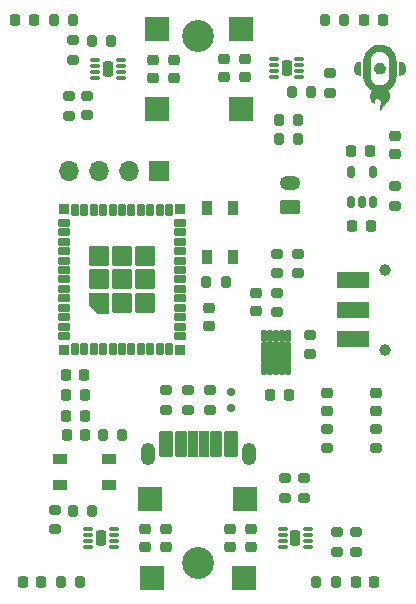
<source format=gbr>
%TF.GenerationSoftware,KiCad,Pcbnew,8.0.6*%
%TF.CreationDate,2024-11-05T15:00:17+00:00*%
%TF.ProjectId,racer,72616365-722e-46b6-9963-61645f706362,rev?*%
%TF.SameCoordinates,Original*%
%TF.FileFunction,Soldermask,Top*%
%TF.FilePolarity,Negative*%
%FSLAX46Y46*%
G04 Gerber Fmt 4.6, Leading zero omitted, Abs format (unit mm)*
G04 Created by KiCad (PCBNEW 8.0.6) date 2024-11-05 15:00:17*
%MOMM*%
%LPD*%
G01*
G04 APERTURE LIST*
G04 Aperture macros list*
%AMRoundRect*
0 Rectangle with rounded corners*
0 $1 Rounding radius*
0 $2 $3 $4 $5 $6 $7 $8 $9 X,Y pos of 4 corners*
0 Add a 4 corners polygon primitive as box body*
4,1,4,$2,$3,$4,$5,$6,$7,$8,$9,$2,$3,0*
0 Add four circle primitives for the rounded corners*
1,1,$1+$1,$2,$3*
1,1,$1+$1,$4,$5*
1,1,$1+$1,$6,$7*
1,1,$1+$1,$8,$9*
0 Add four rect primitives between the rounded corners*
20,1,$1+$1,$2,$3,$4,$5,0*
20,1,$1+$1,$4,$5,$6,$7,0*
20,1,$1+$1,$6,$7,$8,$9,0*
20,1,$1+$1,$8,$9,$2,$3,0*%
G04 Aperture macros list end*
%ADD10C,0.010000*%
%ADD11C,0.000000*%
%ADD12RoundRect,0.225000X-0.225000X-0.250000X0.225000X-0.250000X0.225000X0.250000X-0.225000X0.250000X0*%
%ADD13RoundRect,0.225000X0.250000X-0.225000X0.250000X0.225000X-0.250000X0.225000X-0.250000X-0.225000X0*%
%ADD14RoundRect,0.225000X-0.250000X0.225000X-0.250000X-0.225000X0.250000X-0.225000X0.250000X0.225000X0*%
%ADD15RoundRect,0.225000X0.225000X0.250000X-0.225000X0.250000X-0.225000X-0.250000X0.225000X-0.250000X0*%
%ADD16RoundRect,0.200000X-0.200000X-0.275000X0.200000X-0.275000X0.200000X0.275000X-0.200000X0.275000X0*%
%ADD17RoundRect,0.200000X0.200000X0.275000X-0.200000X0.275000X-0.200000X-0.275000X0.200000X-0.275000X0*%
%ADD18RoundRect,0.200000X-0.275000X0.200000X-0.275000X-0.200000X0.275000X-0.200000X0.275000X0.200000X0*%
%ADD19R,2.000000X2.000000*%
%ADD20C,2.700000*%
%ADD21RoundRect,0.200000X0.275000X-0.200000X0.275000X0.200000X-0.275000X0.200000X-0.275000X-0.200000X0*%
%ADD22RoundRect,0.175000X-0.175000X-0.325000X0.175000X-0.325000X0.175000X0.325000X-0.175000X0.325000X0*%
%ADD23RoundRect,0.075000X-0.340000X-0.075000X0.340000X-0.075000X0.340000X0.075000X-0.340000X0.075000X0*%
%ADD24RoundRect,0.225000X-0.225000X-0.425000X0.225000X-0.425000X0.225000X0.425000X-0.225000X0.425000X0*%
%ADD25RoundRect,0.102000X0.325000X-0.525000X0.325000X0.525000X-0.325000X0.525000X-0.325000X-0.525000X0*%
%ADD26RoundRect,0.250000X0.625000X-0.350000X0.625000X0.350000X-0.625000X0.350000X-0.625000X-0.350000X0*%
%ADD27O,1.750000X1.200000*%
%ADD28RoundRect,0.102000X-0.350000X-1.000000X0.350000X-1.000000X0.350000X1.000000X-0.350000X1.000000X0*%
%ADD29RoundRect,0.102000X-0.400000X-1.000000X0.400000X-1.000000X0.400000X1.000000X-0.400000X1.000000X0*%
%ADD30RoundRect,0.102000X-0.450000X-1.000000X0.450000X-1.000000X0.450000X1.000000X-0.450000X1.000000X0*%
%ADD31O,1.204000X1.904000*%
%ADD32RoundRect,0.075000X0.340000X0.075000X-0.340000X0.075000X-0.340000X-0.075000X0.340000X-0.075000X0*%
%ADD33RoundRect,0.225000X0.225000X0.425000X-0.225000X0.425000X-0.225000X-0.425000X0.225000X-0.425000X0*%
%ADD34RoundRect,0.218750X-0.256250X0.218750X-0.256250X-0.218750X0.256250X-0.218750X0.256250X0.218750X0*%
%ADD35R,1.700000X1.700000*%
%ADD36O,1.700000X1.700000*%
%ADD37RoundRect,0.102000X0.200000X-0.400000X0.200000X0.400000X-0.200000X0.400000X-0.200000X-0.400000X0*%
%ADD38RoundRect,0.102000X0.400000X-0.200000X0.400000X0.200000X-0.400000X0.200000X-0.400000X-0.200000X0*%
%ADD39RoundRect,0.102000X0.725000X-0.725000X0.725000X0.725000X-0.725000X0.725000X-0.725000X-0.725000X0*%
%ADD40RoundRect,0.102000X0.350000X-0.350000X0.350000X0.350000X-0.350000X0.350000X-0.350000X-0.350000X0*%
%ADD41RoundRect,0.102000X-0.525000X-0.325000X0.525000X-0.325000X0.525000X0.325000X-0.525000X0.325000X0*%
%ADD42RoundRect,0.150000X-0.200000X0.150000X-0.200000X-0.150000X0.200000X-0.150000X0.200000X0.150000X0*%
%ADD43C,1.000000*%
%ADD44RoundRect,0.102000X1.250000X-0.600000X1.250000X0.600000X-1.250000X0.600000X-1.250000X-0.600000X0*%
%ADD45RoundRect,0.134560X-0.097440X-0.387440X0.097440X-0.387440X0.097440X0.387440X-0.097440X0.387440X0*%
%ADD46RoundRect,0.102000X-1.175000X-0.790000X1.175000X-0.790000X1.175000X0.790000X-1.175000X0.790000X0*%
G04 APERTURE END LIST*
D10*
%TO.C,U5*%
X10404800Y24187200D02*
X9404800Y24187200D01*
X8754800Y24837200D01*
X8754800Y25837200D01*
X10404800Y25837200D01*
X10404800Y24187200D01*
G36*
X10404800Y24187200D02*
G01*
X9404800Y24187200D01*
X8754800Y24837200D01*
X8754800Y25837200D01*
X10404800Y25837200D01*
X10404800Y24187200D01*
G37*
D11*
%TO.C,G\u002A\u002A\u002A*%
G36*
X31756466Y44247325D02*
G01*
X31720834Y44248030D01*
X31693577Y44250025D01*
X31660259Y44254444D01*
X31636443Y44258698D01*
X31544958Y44284766D01*
X31460584Y44323783D01*
X31384213Y44375046D01*
X31316732Y44437854D01*
X31259032Y44511504D01*
X31213051Y44593059D01*
X31187293Y44655222D01*
X31170407Y44715744D01*
X31160696Y44781324D01*
X31158611Y44807730D01*
X31159922Y44901161D01*
X31175503Y44991854D01*
X31204683Y45078418D01*
X31246790Y45159464D01*
X31301153Y45233602D01*
X31367099Y45299441D01*
X31413715Y45335629D01*
X31475554Y45372986D01*
X31543466Y45403434D01*
X31613263Y45425534D01*
X31680753Y45437843D01*
X31717084Y45439929D01*
X31756466Y45440060D01*
X31756466Y44247325D01*
G37*
G36*
X35073994Y45440007D02*
G01*
X35110040Y45437128D01*
X35154230Y45429426D01*
X35201002Y45418188D01*
X35244796Y45404697D01*
X35270908Y45394511D01*
X35310389Y45374497D01*
X35354647Y45347939D01*
X35397824Y45318625D01*
X35434060Y45290344D01*
X35439791Y45285297D01*
X35498902Y45222110D01*
X35548289Y45149221D01*
X35587069Y45069052D01*
X35614356Y44984022D01*
X35629268Y44896552D01*
X35630921Y44809064D01*
X35627299Y44771777D01*
X35607614Y44678874D01*
X35574922Y44592126D01*
X35530217Y44512608D01*
X35474494Y44441393D01*
X35408746Y44379554D01*
X35333968Y44328165D01*
X35251153Y44288300D01*
X35161297Y44261031D01*
X35152604Y44259171D01*
X35120201Y44253305D01*
X35089160Y44249068D01*
X35065915Y44247331D01*
X35064934Y44247325D01*
X35034612Y44247325D01*
X35034612Y45440060D01*
X35073994Y45440007D01*
G37*
G36*
X33395539Y45330815D02*
G01*
X33438813Y45330410D01*
X33470883Y45329245D01*
X33495547Y45326811D01*
X33516604Y45322600D01*
X33537850Y45316104D01*
X33556663Y45309250D01*
X33633755Y45272709D01*
X33703264Y45224757D01*
X33763711Y45166950D01*
X33813611Y45100847D01*
X33851483Y45028005D01*
X33867594Y44982470D01*
X33881401Y44913122D01*
X33884764Y44838096D01*
X33877995Y44762173D01*
X33861406Y44690135D01*
X33845793Y44648309D01*
X33805180Y44574243D01*
X33753766Y44509491D01*
X33693093Y44454837D01*
X33624702Y44411066D01*
X33550136Y44378961D01*
X33470934Y44359307D01*
X33388639Y44352886D01*
X33304791Y44360483D01*
X33286768Y44364011D01*
X33213679Y44387061D01*
X33143738Y44423173D01*
X33079048Y44470439D01*
X33021712Y44526954D01*
X32973835Y44590812D01*
X32937519Y44660108D01*
X32926065Y44690844D01*
X32918336Y44716526D01*
X32913143Y44740398D01*
X32910019Y44766549D01*
X32908495Y44799072D01*
X32908100Y44842057D01*
X32908105Y44847443D01*
X32908470Y44890520D01*
X32909745Y44922571D01*
X32912442Y44947566D01*
X32917071Y44969478D01*
X32924143Y44992278D01*
X32928203Y45003733D01*
X32957401Y45071408D01*
X32993590Y45129888D01*
X33040176Y45184546D01*
X33047377Y45191855D01*
X33101616Y45239846D01*
X33158971Y45277149D01*
X33224798Y45307160D01*
X33235498Y45311157D01*
X33259162Y45319319D01*
X33279996Y45324902D01*
X33301784Y45328371D01*
X33328311Y45330191D01*
X33363361Y45330828D01*
X33395539Y45330815D01*
G37*
G36*
X33427181Y46871813D02*
G01*
X33507861Y46868407D01*
X33583736Y46861799D01*
X33650166Y46852102D01*
X33658091Y46850576D01*
X33798529Y46815169D01*
X33933336Y46766346D01*
X34061644Y46704765D01*
X34182583Y46631085D01*
X34295283Y46545965D01*
X34398876Y46450063D01*
X34492493Y46344038D01*
X34575264Y46228548D01*
X34646320Y46104253D01*
X34648355Y46100208D01*
X34697324Y45992815D01*
X34735028Y45887745D01*
X34753056Y45823624D01*
X34760221Y45795325D01*
X34766549Y45769690D01*
X34772097Y45745635D01*
X34776921Y45722075D01*
X34781078Y45697926D01*
X34784625Y45672104D01*
X34787619Y45643524D01*
X34790117Y45611102D01*
X34792175Y45573753D01*
X34793850Y45530394D01*
X34795199Y45479940D01*
X34796279Y45421306D01*
X34797146Y45353409D01*
X34797858Y45275164D01*
X34798470Y45185486D01*
X34799041Y45083291D01*
X34799626Y44967496D01*
X34799808Y44930886D01*
X34800438Y44793379D01*
X34800842Y44669868D01*
X34800959Y44559347D01*
X34800726Y44460808D01*
X34800083Y44373246D01*
X34798966Y44295654D01*
X34797314Y44227026D01*
X34795066Y44166356D01*
X34792160Y44112637D01*
X34788534Y44064862D01*
X34784125Y44022027D01*
X34778873Y43983123D01*
X34772716Y43947145D01*
X34765591Y43913086D01*
X34757438Y43879941D01*
X34748193Y43846702D01*
X34737796Y43812364D01*
X34729530Y43786296D01*
X34681057Y43659075D01*
X34619169Y43535921D01*
X34545106Y43418413D01*
X34460112Y43308130D01*
X34365429Y43206652D01*
X34262301Y43115559D01*
X34151969Y43036431D01*
X34127753Y43021331D01*
X34082645Y42993930D01*
X34112591Y42954871D01*
X34140421Y42913386D01*
X34168519Y42862499D01*
X34194316Y42807540D01*
X34215244Y42753842D01*
X34225381Y42720774D01*
X34236135Y42664022D01*
X34241707Y42598884D01*
X34242025Y42531084D01*
X34237016Y42466343D01*
X34229154Y42420715D01*
X34210346Y42354899D01*
X34184132Y42285653D01*
X34153465Y42220403D01*
X34139436Y42195070D01*
X34117747Y42159369D01*
X34094387Y42123767D01*
X34068204Y42086815D01*
X34038051Y42047062D01*
X34002777Y42003057D01*
X33961232Y41953350D01*
X33912266Y41896491D01*
X33854731Y41831029D01*
X33818802Y41790591D01*
X33749971Y41712381D01*
X33690853Y41642925D01*
X33640287Y41580641D01*
X33597114Y41523943D01*
X33560175Y41471247D01*
X33528311Y41420967D01*
X33500364Y41371521D01*
X33475173Y41321322D01*
X33474528Y41319958D01*
X33438467Y41243580D01*
X33415102Y41280423D01*
X33391402Y41320896D01*
X33375157Y41357608D01*
X33365113Y41395224D01*
X33360016Y41438410D01*
X33358612Y41490532D01*
X33360009Y41542906D01*
X33365090Y41587214D01*
X33375107Y41627765D01*
X33391309Y41668865D01*
X33414947Y41714825D01*
X33432663Y41745582D01*
X33466150Y41807795D01*
X33488528Y41863416D01*
X33500464Y41915147D01*
X33502627Y41965690D01*
X33497577Y42008134D01*
X33478015Y42074888D01*
X33445680Y42136448D01*
X33402274Y42190541D01*
X33349498Y42234895D01*
X33310847Y42257489D01*
X33281957Y42271203D01*
X33259502Y42279568D01*
X33237679Y42283895D01*
X33210686Y42285493D01*
X33185887Y42285689D01*
X33149660Y42284965D01*
X33123409Y42282224D01*
X33102152Y42276610D01*
X33082127Y42267878D01*
X33037812Y42240155D01*
X32997304Y42204253D01*
X32964929Y42164347D01*
X32952307Y42142515D01*
X32935520Y42092992D01*
X32928766Y42036430D01*
X32931873Y41976784D01*
X32944666Y41918011D01*
X32964286Y41869197D01*
X32971818Y41851367D01*
X32973247Y41840740D01*
X32971519Y41839351D01*
X32959477Y41843885D01*
X32938664Y41856200D01*
X32911742Y41874366D01*
X32881377Y41896452D01*
X32850232Y41920529D01*
X32820973Y41944666D01*
X32798936Y41964389D01*
X32726319Y42042865D01*
X32665783Y42129306D01*
X32617835Y42222350D01*
X32582984Y42320639D01*
X32561737Y42422812D01*
X32554602Y42527511D01*
X32558838Y42607062D01*
X32574479Y42707520D01*
X32599458Y42798098D01*
X32634603Y42881273D01*
X32673035Y42947918D01*
X32687351Y42970711D01*
X32697258Y42988055D01*
X32700941Y42996736D01*
X32700804Y42997130D01*
X32693397Y43001866D01*
X32676904Y43012167D01*
X32656644Y43024721D01*
X32538078Y43106611D01*
X32429554Y43199235D01*
X32331628Y43301703D01*
X32244854Y43413126D01*
X32169789Y43532612D01*
X32106988Y43659273D01*
X32057007Y43792219D01*
X32020401Y43930561D01*
X31997726Y44073407D01*
X31996911Y44081212D01*
X31995526Y44102718D01*
X31994271Y44137792D01*
X31993148Y44185081D01*
X31992157Y44243237D01*
X31991296Y44310909D01*
X31990567Y44386746D01*
X31989969Y44469398D01*
X31989502Y44557515D01*
X31989167Y44649746D01*
X31988962Y44744741D01*
X31988889Y44841149D01*
X31988946Y44937621D01*
X31989135Y45032806D01*
X31989454Y45125353D01*
X31989703Y45174271D01*
X32597139Y45174271D01*
X32597232Y45080620D01*
X32597498Y44974353D01*
X32597893Y44854475D01*
X32598078Y44802434D01*
X32600586Y44101046D01*
X32621084Y44026031D01*
X32657229Y43920490D01*
X32705510Y43822638D01*
X32765125Y43733358D01*
X32835273Y43653533D01*
X32915154Y43584045D01*
X33003966Y43525775D01*
X33100909Y43479606D01*
X33125662Y43470294D01*
X33229272Y43440675D01*
X33334544Y43424930D01*
X33439437Y43423246D01*
X33527708Y43433173D01*
X33632940Y43459122D01*
X33733186Y43498940D01*
X33827159Y43551956D01*
X33913571Y43617500D01*
X33954242Y43655460D01*
X34027326Y43738812D01*
X34087413Y43829481D01*
X34134196Y43926828D01*
X34167366Y44030211D01*
X34186427Y44137311D01*
X34187898Y44158417D01*
X34189222Y44193107D01*
X34190401Y44239964D01*
X34191434Y44297569D01*
X34192321Y44364506D01*
X34193062Y44439356D01*
X34193657Y44520702D01*
X34194107Y44607125D01*
X34194410Y44697209D01*
X34194568Y44789534D01*
X34194580Y44882685D01*
X34194446Y44975241D01*
X34194166Y45065787D01*
X34193741Y45152904D01*
X34193169Y45235174D01*
X34192452Y45311180D01*
X34191588Y45379503D01*
X34190579Y45438727D01*
X34189424Y45487432D01*
X34188124Y45524202D01*
X34186677Y45547619D01*
X34186427Y45550074D01*
X34167376Y45657074D01*
X34135303Y45758274D01*
X34091167Y45852804D01*
X34035922Y45939799D01*
X33970526Y46018388D01*
X33895936Y46087706D01*
X33813107Y46146884D01*
X33722996Y46195055D01*
X33626559Y46231350D01*
X33524753Y46254903D01*
X33418535Y46264845D01*
X33398243Y46265124D01*
X33287242Y46258390D01*
X33182175Y46237885D01*
X33082862Y46203536D01*
X32989123Y46155271D01*
X32900778Y46093019D01*
X32846989Y46045809D01*
X32775711Y45969804D01*
X32717577Y45888973D01*
X32670878Y45800624D01*
X32638904Y45717614D01*
X32631909Y45696169D01*
X32625709Y45676030D01*
X32620259Y45656202D01*
X32615516Y45635692D01*
X32611433Y45613505D01*
X32607968Y45588646D01*
X32605075Y45560122D01*
X32602711Y45526937D01*
X32600831Y45488097D01*
X32599391Y45442608D01*
X32598346Y45389475D01*
X32597652Y45327705D01*
X32597264Y45256301D01*
X32597139Y45174271D01*
X31989703Y45174271D01*
X31989905Y45213913D01*
X31990486Y45297134D01*
X31991198Y45373667D01*
X31992041Y45442161D01*
X31993015Y45501265D01*
X31994120Y45549631D01*
X31995355Y45585906D01*
X31996721Y45608741D01*
X31996947Y45611014D01*
X32019008Y45753021D01*
X32053654Y45887795D01*
X32101339Y46016931D01*
X32130974Y46081436D01*
X32201739Y46209112D01*
X32283796Y46327412D01*
X32376365Y46435766D01*
X32478662Y46533605D01*
X32589907Y46620359D01*
X32709315Y46695460D01*
X32836106Y46758337D01*
X32969498Y46808422D01*
X33108707Y46845144D01*
X33202718Y46861689D01*
X33269968Y46868567D01*
X33346336Y46871904D01*
X33427181Y46871813D01*
G37*
%TD*%
D12*
%TO.C,D4*%
X2514000Y48945800D03*
X4064000Y48945800D03*
%TD*%
D13*
%TO.C,C2*%
X20150400Y44144200D03*
X20150400Y45694200D03*
%TD*%
D12*
%TO.C,C16*%
X24117000Y17195800D03*
X25667000Y17195800D03*
%TD*%
D14*
%TO.C,C7*%
X13538200Y5868000D03*
X13538200Y4318000D03*
%TD*%
D15*
%TO.C,C12*%
X8395000Y15468600D03*
X6845000Y15468600D03*
%TD*%
D16*
%TO.C,R6*%
X7379200Y7379000D03*
X9029200Y7379000D03*
%TD*%
D17*
%TO.C,R4*%
X27579400Y42887200D03*
X25929400Y42887200D03*
%TD*%
D18*
%TO.C,R23*%
X24663400Y25881600D03*
X24663400Y24231600D03*
%TD*%
D17*
%TO.C,R14*%
X30365200Y48945800D03*
X28715200Y48945800D03*
%TD*%
D19*
%TO.C,J5*%
X14071600Y1727200D03*
%TD*%
%TO.C,J7*%
X21945600Y8407400D03*
%TD*%
D12*
%TO.C,C14*%
X31067200Y31521400D03*
X32617200Y31521400D03*
%TD*%
D19*
%TO.C,J4*%
X14528800Y48183800D03*
%TD*%
D14*
%TO.C,D9*%
X28930600Y17361200D03*
X28930600Y15811200D03*
%TD*%
D18*
%TO.C,R7*%
X29743400Y5574800D03*
X29743400Y3924800D03*
%TD*%
D20*
%TO.C,REF\u002A\u002A*%
X18008600Y47599600D03*
%TD*%
D21*
%TO.C,R26*%
X7035800Y40856400D03*
X7035800Y42506400D03*
%TD*%
D18*
%TO.C,R25*%
X34636200Y34884400D03*
X34636200Y33234400D03*
%TD*%
%TO.C,R28*%
X26974800Y10172200D03*
X26974800Y8522200D03*
%TD*%
D22*
%TO.C,U6*%
X30942200Y33523400D03*
X31892200Y33523400D03*
X32842200Y33523400D03*
X32842200Y36123400D03*
X30942200Y36123400D03*
%TD*%
D12*
%TO.C,C15*%
X30975000Y37896800D03*
X32525000Y37896800D03*
%TD*%
D21*
%TO.C,R17*%
X18999200Y15939000D03*
X18999200Y17589000D03*
%TD*%
%TO.C,R5*%
X5867400Y5829800D03*
X5867400Y7479800D03*
%TD*%
D18*
%TO.C,R29*%
X25349200Y10146800D03*
X25349200Y8496800D03*
%TD*%
D19*
%TO.C,J3*%
X14554200Y41452800D03*
%TD*%
D16*
%TO.C,R12*%
X6363200Y1371600D03*
X8013200Y1371600D03*
%TD*%
D14*
%TO.C,C13*%
X18948400Y24600200D03*
X18948400Y23050200D03*
%TD*%
D19*
%TO.C,J6*%
X13944600Y8432800D03*
%TD*%
D14*
%TO.C,D8*%
X33096200Y17361200D03*
X33096200Y15811200D03*
%TD*%
D17*
%TO.C,R10*%
X26479000Y38912800D03*
X24829000Y38912800D03*
%TD*%
%TO.C,R9*%
X11594600Y13792200D03*
X9944600Y13792200D03*
%TD*%
D16*
%TO.C,R30*%
X24829000Y40513000D03*
X26479000Y40513000D03*
%TD*%
D23*
%TO.C,U4*%
X25162800Y5818000D03*
X25162800Y5318000D03*
X25162800Y4818000D03*
X25162800Y4318000D03*
X27292800Y4318000D03*
X27292800Y4818000D03*
X27292800Y5318000D03*
X27292800Y5818000D03*
D24*
X26237800Y5068000D03*
%TD*%
D25*
%TO.C,S2*%
X18787800Y28913000D03*
X18787800Y33063000D03*
X20937800Y28913000D03*
X20937800Y33063000D03*
%TD*%
D18*
%TO.C,R22*%
X27432000Y22300200D03*
X27432000Y20650200D03*
%TD*%
%TO.C,R3*%
X29159200Y44462200D03*
X29159200Y42812200D03*
%TD*%
D14*
%TO.C,C3*%
X14165000Y45602000D03*
X14165000Y44052000D03*
%TD*%
D26*
%TO.C,J12*%
X25739000Y33163000D03*
D27*
X25739000Y35163000D03*
%TD*%
D13*
%TO.C,C8*%
X22466800Y4305000D03*
X22466800Y5855000D03*
%TD*%
D28*
%TO.C,P1*%
X17534000Y13031600D03*
D29*
X16514000Y13031600D03*
D30*
X15284000Y13031600D03*
D28*
X18534000Y13031600D03*
D29*
X19554000Y13031600D03*
D30*
X20784000Y13031600D03*
D31*
X13764000Y12231600D03*
X22304000Y12231600D03*
%TD*%
D17*
%TO.C,R13*%
X29666400Y1371600D03*
X28016400Y1371600D03*
%TD*%
D32*
%TO.C,U1*%
X11430000Y44077000D03*
X11430000Y44577000D03*
X11430000Y45077000D03*
X11430000Y45577000D03*
X9300000Y45577000D03*
X9300000Y45077000D03*
X9300000Y44577000D03*
X9300000Y44077000D03*
D33*
X10355000Y44827000D03*
%TD*%
D21*
%TO.C,TH1*%
X24664800Y27533600D03*
X24664800Y29183600D03*
%TD*%
D23*
%TO.C,U2*%
X24409400Y45669200D03*
X24409400Y45169200D03*
X24409400Y44669200D03*
X24409400Y44169200D03*
X26539400Y44169200D03*
X26539400Y44669200D03*
X26539400Y45169200D03*
X26539400Y45669200D03*
D24*
X25484400Y44919200D03*
%TD*%
D16*
%TO.C,R15*%
X5766000Y48945800D03*
X7416000Y48945800D03*
%TD*%
D34*
%TO.C,D6*%
X34636200Y39166900D03*
X34636200Y37591900D03*
%TD*%
D35*
%TO.C,J11*%
X14706600Y36144200D03*
D36*
X12166600Y36144200D03*
X9626600Y36144200D03*
X7086600Y36144200D03*
%TD*%
D37*
%TO.C,U5*%
X7554800Y21087200D03*
X8354800Y21087200D03*
X9154800Y21087200D03*
X9954800Y21087200D03*
X10754800Y21087200D03*
X11554800Y21087200D03*
X12354800Y21087200D03*
X13154800Y21087200D03*
X13954800Y21087200D03*
X14754800Y21087200D03*
X15554800Y21087200D03*
D38*
X16454800Y22187200D03*
X16454800Y22987200D03*
X16454800Y23787200D03*
X16454800Y24587200D03*
X16454800Y25387200D03*
X16454800Y26187200D03*
X16454800Y26987200D03*
X16454800Y27787200D03*
X16454800Y28587200D03*
X16454800Y29387200D03*
X16454800Y30187200D03*
X16454800Y30987200D03*
X16454800Y31787200D03*
D37*
X15554800Y32887200D03*
X14754800Y32887200D03*
X13954800Y32887200D03*
X13154800Y32887200D03*
X12354800Y32887200D03*
X11554800Y32887200D03*
X10754800Y32887200D03*
X9954800Y32887200D03*
X9154800Y32887200D03*
X8354800Y32887200D03*
X7554800Y32887200D03*
D38*
X6654800Y31787200D03*
X6654800Y30987200D03*
X6654800Y30187200D03*
X6654800Y29387200D03*
X6654800Y28587200D03*
X6654800Y27787200D03*
X6654800Y26987200D03*
X6654800Y26187200D03*
X6654800Y25387200D03*
X6654800Y24587200D03*
X6654800Y23787200D03*
X6654800Y22987200D03*
X6654800Y22187200D03*
D39*
X11554800Y25012200D03*
X13529800Y25012200D03*
X9579800Y26987200D03*
X11554800Y26987200D03*
X13529800Y26987200D03*
X9579800Y28962200D03*
X11554800Y28962200D03*
X13529800Y28962200D03*
D40*
X6604800Y32937200D03*
X16504800Y32937200D03*
X16504800Y21037200D03*
X6604800Y21037200D03*
%TD*%
D13*
%TO.C,C4*%
X21928400Y44144200D03*
X21928400Y45694200D03*
%TD*%
D14*
%TO.C,C5*%
X15316200Y5868000D03*
X15316200Y4318000D03*
%TD*%
D16*
%TO.C,R11*%
X18707600Y26746200D03*
X20357600Y26746200D03*
%TD*%
D15*
%TO.C,D2*%
X32918400Y1371600D03*
X31368400Y1371600D03*
%TD*%
D32*
%TO.C,U3*%
X10842200Y4355000D03*
X10842200Y4855000D03*
X10842200Y5355000D03*
X10842200Y5855000D03*
X8712200Y5855000D03*
X8712200Y5355000D03*
X8712200Y4855000D03*
X8712200Y4355000D03*
D33*
X9767200Y5105000D03*
%TD*%
D21*
%TO.C,R1*%
X7366000Y45580800D03*
X7366000Y47230800D03*
%TD*%
D12*
%TO.C,D1*%
X3187400Y1362200D03*
X4737400Y1362200D03*
%TD*%
D21*
%TO.C,R18*%
X17145000Y15939000D03*
X17145000Y17589000D03*
%TD*%
%TO.C,R27*%
X8631400Y40869600D03*
X8631400Y42519600D03*
%TD*%
D41*
%TO.C,S3*%
X6332400Y11768400D03*
X10482400Y11768400D03*
X6332400Y9618400D03*
X10482400Y9618400D03*
%TD*%
D19*
%TO.C,J2*%
X21640800Y41452800D03*
%TD*%
D13*
%TO.C,C6*%
X20688800Y4320000D03*
X20688800Y5870000D03*
%TD*%
D15*
%TO.C,C11*%
X8369600Y18872200D03*
X6819600Y18872200D03*
%TD*%
%TO.C,C10*%
X8407400Y13792200D03*
X6857400Y13792200D03*
%TD*%
D20*
%TO.C,REF\u002A\u002A*%
X18008600Y2997200D03*
%TD*%
D14*
%TO.C,C1*%
X15943000Y45602000D03*
X15943000Y44052000D03*
%TD*%
D21*
%TO.C,R21*%
X28930600Y12675600D03*
X28930600Y14325600D03*
%TD*%
D15*
%TO.C,D3*%
X33617200Y48920400D03*
X32067200Y48920400D03*
%TD*%
D19*
%TO.C,J1*%
X21615400Y48183800D03*
%TD*%
D42*
%TO.C,D5*%
X20777200Y16064000D03*
X20777200Y17464000D03*
%TD*%
D19*
%TO.C,J8*%
X21894800Y1752600D03*
%TD*%
D43*
%TO.C,S1*%
X33858200Y21009400D03*
X33858200Y27809400D03*
D44*
X31108200Y21909400D03*
X31108200Y24409400D03*
X31108200Y26909400D03*
%TD*%
D18*
%TO.C,R24*%
X26466800Y29183600D03*
X26466800Y27533600D03*
%TD*%
D21*
%TO.C,R20*%
X33096200Y12687800D03*
X33096200Y14337800D03*
%TD*%
D16*
%TO.C,R2*%
X8979400Y47167800D03*
X10629400Y47167800D03*
%TD*%
D45*
%TO.C,U7*%
X23604600Y19367200D03*
X24104600Y19367200D03*
X24604600Y19367200D03*
X25104600Y19367200D03*
X25604600Y19367200D03*
X25604600Y22237200D03*
X25104600Y22237200D03*
X24604600Y22237200D03*
X24104600Y22237200D03*
X23604600Y22237200D03*
D46*
X24604600Y20802200D03*
%TD*%
D13*
%TO.C,C17*%
X22860000Y24281600D03*
X22860000Y25831600D03*
%TD*%
D21*
%TO.C,R16*%
X15265400Y15939000D03*
X15265400Y17589000D03*
%TD*%
D15*
%TO.C,C9*%
X8395000Y17195800D03*
X6845000Y17195800D03*
%TD*%
D21*
%TO.C,R8*%
X31369000Y3924800D03*
X31369000Y5574800D03*
%TD*%
M02*

</source>
